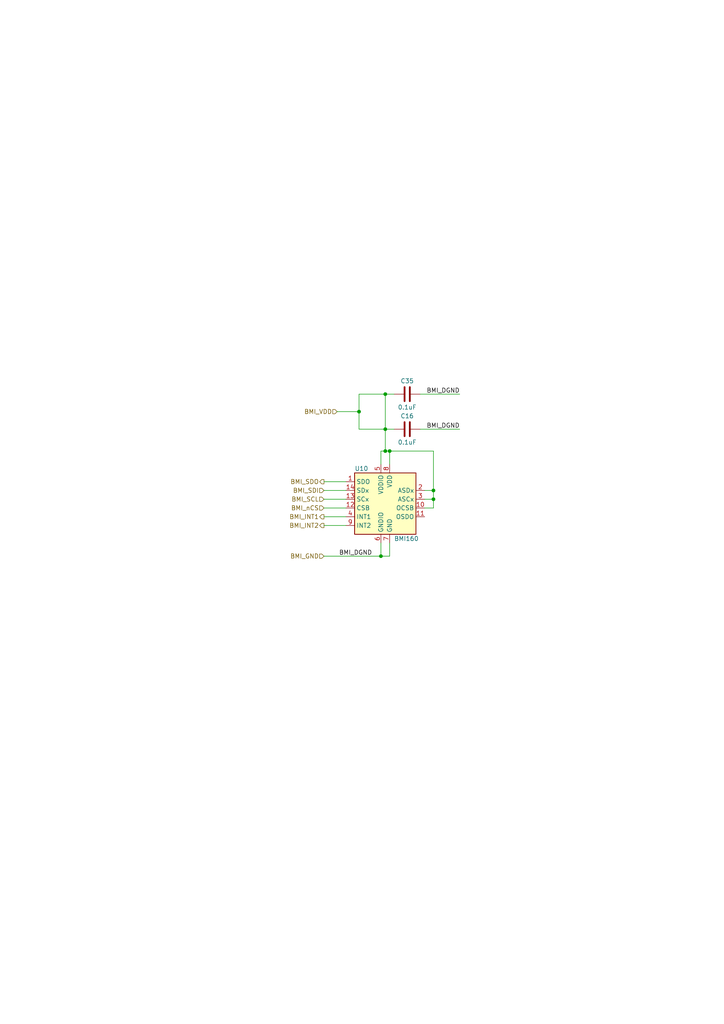
<source format=kicad_sch>
(kicad_sch (version 20230121) (generator eeschema)
  (paper "A4" portrait)
  (lib_symbols
    (symbol "Device:C" (pin_numbers hide) (pin_names (offset 0.254))
      (property "Reference" "C" (at 0.635 2.54 0))
      (property "Value" "C" (at 0.635 -2.54 0))
      (symbol "C_0_1"
        (polyline (pts (xy -2.032 -0.762) (xy 2.032 -0.762)) (stroke (width 0.508)))
        (polyline (pts (xy -2.032 0.762) (xy 2.032 0.762)) (stroke (width 0.508)))
      )
      (symbol "C_1_1"
        (pin passive line (at 0 3.81 270) (length 2.794) (name "~") (number "1"))
        (pin passive line (at 0 -3.81 90) (length 2.794) (name "~") (number "2"))
      )
    )
    (symbol "Sensor_Motion:BMI160"
      (property "Reference" "U" (at -10.16 8.89 0))
      (property "Value" "BMI160" (at 7.62 8.89 0))
      (symbol "BMI160_1_1"
        (rectangle (start -10.16 7.62) (end 7.62 -10.16) (stroke (width 0.254)) (fill (type background)))
        (pin bidirectional line (at -12.7 5.08 0) (length 2.54) (name "SDO") (number "1"))
        (pin bidirectional line (at 10.16 -2.54 180) (length 2.54) (name "OCSB") (number "10"))
        (pin bidirectional line (at 10.16 -5.08 180) (length 2.54) (name "OSDO") (number "11"))
        (pin input line (at -12.7 -2.54 0) (length 2.54) (name "CSB") (number "12"))
        (pin input line (at -12.7 0 0) (length 2.54) (name "SCx") (number "13"))
        (pin bidirectional line (at -12.7 2.54 0) (length 2.54) (name "SDx") (number "14"))
        (pin bidirectional line (at 10.16 2.54 180) (length 2.54) (name "ASDx") (number "2"))
        (pin output line (at 10.16 0 180) (length 2.54) (name "ASCx") (number "3"))
        (pin bidirectional line (at -12.7 -5.08 0) (length 2.54) (name "INT1") (number "4"))
        (pin power_in line (at -2.54 10.16 270) (length 2.54) (name "VDDIO") (number "5"))
        (pin power_in line (at -2.54 -12.7 90) (length 2.54) (name "GNDIO") (number "6"))
        (pin power_in line (at 0 -12.7 90) (length 2.54) (name "GND") (number "7"))
        (pin power_in line (at 0 10.16 270) (length 2.54) (name "VDD") (number "8"))
        (pin bidirectional line (at -12.7 -7.62 0) (length 2.54) (name "INT2") (number "9"))
      )
    )
  )
  (junction (at 110.49 161.29))
  (junction (at 111.76 130.81))
  (junction (at 125.73 144.78))
  (junction (at 113.03 130.81))
  (junction (at 111.76 114.3))
  (junction (at 104.14 119.38))
  (junction (at 111.76 124.46))
  (junction (at 125.73 142.24))
  (wire (pts (xy 113.03 157.48) (xy 113.03 161.29)))
  (wire (pts (xy 93.98 152.4) (xy 100.33 152.4)))
  (wire (pts (xy 93.98 139.7) (xy 100.33 139.7)))
  (wire (pts (xy 111.76 130.81) (xy 113.03 130.81)))
  (wire (pts (xy 113.03 130.81) (xy 113.03 134.62)))
  (wire (pts (xy 113.03 161.29) (xy 110.49 161.29)))
  (wire (pts (xy 125.73 142.24) (xy 125.73 144.78)))
  (wire (pts (xy 125.73 130.81) (xy 125.73 142.24)))
  (wire (pts (xy 113.03 130.81) (xy 125.73 130.81)))
  (wire (pts (xy 104.14 114.3) (xy 104.14 119.38)))
  (wire (pts (xy 114.3 114.3) (xy 111.76 114.3)))
  (wire (pts (xy 121.92 124.46) (xy 133.35 124.46)))
  (wire (pts (xy 125.73 144.78) (xy 125.73 147.32)))
  (wire (pts (xy 93.98 142.24) (xy 100.33 142.24)))
  (wire (pts (xy 93.98 149.86) (xy 100.33 149.86)))
  (wire (pts (xy 93.98 144.78) (xy 100.33 144.78)))
  (wire (pts (xy 123.19 142.24) (xy 125.73 142.24)))
  (wire (pts (xy 110.49 134.62) (xy 110.49 130.81)))
  (wire (pts (xy 111.76 124.46) (xy 104.14 124.46)))
  (wire (pts (xy 93.98 147.32) (xy 100.33 147.32)))
  (wire (pts (xy 110.49 157.48) (xy 110.49 161.29)))
  (wire (pts (xy 111.76 124.46) (xy 111.76 130.81)))
  (wire (pts (xy 123.19 144.78) (xy 125.73 144.78)))
  (wire (pts (xy 121.92 114.3) (xy 133.35 114.3)))
  (wire (pts (xy 111.76 114.3) (xy 104.14 114.3)))
  (wire (pts (xy 110.49 161.29) (xy 93.98 161.29)))
  (wire (pts (xy 111.76 114.3) (xy 111.76 124.46)))
  (wire (pts (xy 97.79 119.38) (xy 104.14 119.38)))
  (wire (pts (xy 114.3 124.46) (xy 111.76 124.46)))
  (wire (pts (xy 104.14 119.38) (xy 104.14 124.46)))
  (wire (pts (xy 110.49 130.81) (xy 111.76 130.81)))
  (wire (pts (xy 125.73 147.32) (xy 123.19 147.32)))
  (label "BMI_DGND" (at 107.95 161.29 180))
  (label "BMI_DGND" (at 133.35 114.3 180))
  (label "BMI_DGND" (at 133.35 124.46 180))
  (hierarchical_label "BMI_nCS" (shape input) (at 93.98 147.32 180))
  (hierarchical_label "BMI_SCL" (shape input) (at 93.98 144.78 180))
  (hierarchical_label "BMI_VDD" (shape input) (at 97.79 119.38 180))
  (hierarchical_label "BMI_INT2" (shape output) (at 93.98 152.4 180))
  (hierarchical_label "BMI_INT1" (shape output) (at 93.98 149.86 180))
  (hierarchical_label "BMI_SDO" (shape output) (at 93.98 139.7 180))
  (hierarchical_label "BMI_GND" (shape input) (at 93.98 161.29 180))
  (hierarchical_label "BMI_SDI" (shape input) (at 93.98 142.24 180))
  (symbol (lib_id "Sensor_Motion:BMI160") (at 113.03 144.78 0) (unit 1)
    (property "Reference" "U10" (at 102.87 135.89 0) (effects (justify left)))
    (property "Value" "BMI160" (at 114.3 156.21 0) (effects (justify left)))
    (property "Footprint" "Package_LGA:Bosch_LGA-14_3x2.5mm_P0.5mm" (effects hide))
    (property "Datasheet" "https://www.bosch-sensortec.com/media/boschsensortec/downloads/datasheets/bst-bmi160-ds000.pdf" (effects hide))
  )
  (symbol (lib_id "Device:C") (at 118.11 124.46 90) (unit 1)
    (property "Reference" "C16" (at 118.11 120.65 90))
    (property "Value" "0.1uF" (at 118.11 128.27 90))
    (property "Footprint" "Capacitor_SMD:C_0603_1608Metric" (effects hide))
  )
  (symbol (lib_id "Device:C") (at 118.11 114.3 90) (unit 1)
    (property "Reference" "C35" (at 118.11 110.49 90))
    (property "Value" "0.1uF" (at 118.11 118.11 90))
    (property "Footprint" "Capacitor_SMD:C_0603_1608Metric" (effects hide))
  )
)
</source>
